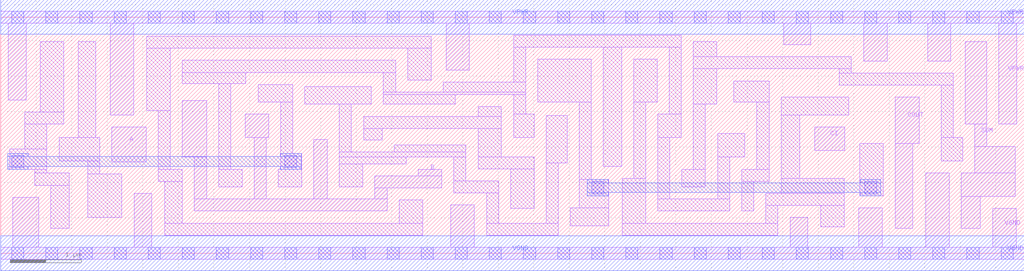
<source format=lef>
# Copyright 2020 The SkyWater PDK Authors
#
# Licensed under the Apache License, Version 2.0 (the "License");
# you may not use this file except in compliance with the License.
# You may obtain a copy of the License at
#
#     https://www.apache.org/licenses/LICENSE-2.0
#
# Unless required by applicable law or agreed to in writing, software
# distributed under the License is distributed on an "AS IS" BASIS,
# WITHOUT WARRANTIES OR CONDITIONS OF ANY KIND, either express or implied.
# See the License for the specific language governing permissions and
# limitations under the License.
#
# SPDX-License-Identifier: Apache-2.0

VERSION 5.7 ;
  NAMESCASESENSITIVE ON ;
  NOWIREEXTENSIONATPIN ON ;
  DIVIDERCHAR "/" ;
  BUSBITCHARS "[]" ;
UNITS
  DATABASE MICRONS 200 ;
END UNITS
MACRO sky130_fd_sc_ls__fah_2
  CLASS CORE ;
  SOURCE USER ;
  FOREIGN sky130_fd_sc_ls__fah_2 ;
  ORIGIN  0.000000  0.000000 ;
  SIZE  14.40000 BY  3.330000 ;
  SYMMETRY X Y ;
  SITE unit ;
  PIN A
    ANTENNAGATEAREA  0.492000 ;
    DIRECTION INPUT ;
    USE SIGNAL ;
    PORT
      LAYER li1 ;
        RECT 1.565000 1.290000 2.045000 1.780000 ;
    END
  END A
  PIN B
    ANTENNAGATEAREA  0.723000 ;
    DIRECTION INPUT ;
    USE SIGNAL ;
    PORT
      LAYER li1 ;
        RECT 2.555000 1.355000 2.895000 2.150000 ;
        RECT 2.725000 0.595000 5.435000 0.765000 ;
        RECT 2.725000 0.765000 2.895000 1.355000 ;
        RECT 3.440000 1.630000 3.770000 1.960000 ;
        RECT 3.565000 0.765000 3.735000 1.630000 ;
        RECT 4.405000 0.765000 4.595000 1.605000 ;
        RECT 5.265000 0.765000 5.435000 0.920000 ;
        RECT 5.265000 0.920000 6.205000 1.090000 ;
        RECT 5.875000 1.090000 6.205000 1.185000 ;
    END
  END B
  PIN CI
    ANTENNAGATEAREA  0.246000 ;
    DIRECTION INPUT ;
    USE SIGNAL ;
    PORT
      LAYER li1 ;
        RECT 11.450000 1.450000 11.875000 1.780000 ;
    END
  END CI
  PIN COUT
    ANTENNADIFFAREA  0.543200 ;
    DIRECTION OUTPUT ;
    USE SIGNAL ;
    PORT
      LAYER li1 ;
        RECT 12.585000 0.350000 12.835000 1.550000 ;
        RECT 12.585000 1.550000 12.920000 2.200000 ;
    END
  END COUT
  PIN SUM
    ANTENNADIFFAREA  0.561800 ;
    DIRECTION OUTPUT ;
    USE SIGNAL ;
    PORT
      LAYER li1 ;
        RECT 13.515000 0.355000 13.785000 0.800000 ;
        RECT 13.515000 0.800000 14.275000 1.130000 ;
        RECT 13.570000 1.820000 13.875000 2.980000 ;
        RECT 13.705000 1.130000 14.275000 1.505000 ;
        RECT 13.705000 1.505000 13.875000 1.820000 ;
    END
  END SUM
  PIN VGND
    DIRECTION INOUT ;
    SHAPE ABUTMENT ;
    USE GROUND ;
    PORT
      LAYER li1 ;
        RECT  0.000000 -0.085000 14.400000 0.085000 ;
        RECT  0.170000  0.085000  0.535000 0.790000 ;
        RECT  1.875000  0.085000  2.125000 0.845000 ;
        RECT  6.335000  0.085000  6.665000 0.680000 ;
        RECT 11.105000  0.085000 11.355000 0.505000 ;
        RECT 12.075000  0.085000 12.405000 0.640000 ;
        RECT 13.015000  0.085000 13.345000 1.130000 ;
        RECT 13.955000  0.085000 14.285000 0.630000 ;
      LAYER mcon ;
        RECT  0.155000 -0.085000  0.325000 0.085000 ;
        RECT  0.635000 -0.085000  0.805000 0.085000 ;
        RECT  1.115000 -0.085000  1.285000 0.085000 ;
        RECT  1.595000 -0.085000  1.765000 0.085000 ;
        RECT  2.075000 -0.085000  2.245000 0.085000 ;
        RECT  2.555000 -0.085000  2.725000 0.085000 ;
        RECT  3.035000 -0.085000  3.205000 0.085000 ;
        RECT  3.515000 -0.085000  3.685000 0.085000 ;
        RECT  3.995000 -0.085000  4.165000 0.085000 ;
        RECT  4.475000 -0.085000  4.645000 0.085000 ;
        RECT  4.955000 -0.085000  5.125000 0.085000 ;
        RECT  5.435000 -0.085000  5.605000 0.085000 ;
        RECT  5.915000 -0.085000  6.085000 0.085000 ;
        RECT  6.395000 -0.085000  6.565000 0.085000 ;
        RECT  6.875000 -0.085000  7.045000 0.085000 ;
        RECT  7.355000 -0.085000  7.525000 0.085000 ;
        RECT  7.835000 -0.085000  8.005000 0.085000 ;
        RECT  8.315000 -0.085000  8.485000 0.085000 ;
        RECT  8.795000 -0.085000  8.965000 0.085000 ;
        RECT  9.275000 -0.085000  9.445000 0.085000 ;
        RECT  9.755000 -0.085000  9.925000 0.085000 ;
        RECT 10.235000 -0.085000 10.405000 0.085000 ;
        RECT 10.715000 -0.085000 10.885000 0.085000 ;
        RECT 11.195000 -0.085000 11.365000 0.085000 ;
        RECT 11.675000 -0.085000 11.845000 0.085000 ;
        RECT 12.155000 -0.085000 12.325000 0.085000 ;
        RECT 12.635000 -0.085000 12.805000 0.085000 ;
        RECT 13.115000 -0.085000 13.285000 0.085000 ;
        RECT 13.595000 -0.085000 13.765000 0.085000 ;
        RECT 14.075000 -0.085000 14.245000 0.085000 ;
      LAYER met1 ;
        RECT 0.000000 -0.245000 14.400000 0.245000 ;
    END
  END VGND
  PIN VPWR
    DIRECTION INOUT ;
    SHAPE ABUTMENT ;
    USE POWER ;
    PORT
      LAYER li1 ;
        RECT  0.000000 3.245000 14.400000 3.415000 ;
        RECT  0.105000 2.160000  0.360000 3.245000 ;
        RECT  1.540000 1.950000  1.870000 3.245000 ;
        RECT  6.265000 2.580000  6.595000 3.245000 ;
        RECT 11.015000 2.940000 11.395000 3.245000 ;
        RECT 12.140000 2.710000 12.470000 3.245000 ;
        RECT 13.040000 2.710000 13.370000 3.245000 ;
        RECT 14.045000 1.820000 14.295000 3.245000 ;
      LAYER mcon ;
        RECT  0.155000 3.245000  0.325000 3.415000 ;
        RECT  0.635000 3.245000  0.805000 3.415000 ;
        RECT  1.115000 3.245000  1.285000 3.415000 ;
        RECT  1.595000 3.245000  1.765000 3.415000 ;
        RECT  2.075000 3.245000  2.245000 3.415000 ;
        RECT  2.555000 3.245000  2.725000 3.415000 ;
        RECT  3.035000 3.245000  3.205000 3.415000 ;
        RECT  3.515000 3.245000  3.685000 3.415000 ;
        RECT  3.995000 3.245000  4.165000 3.415000 ;
        RECT  4.475000 3.245000  4.645000 3.415000 ;
        RECT  4.955000 3.245000  5.125000 3.415000 ;
        RECT  5.435000 3.245000  5.605000 3.415000 ;
        RECT  5.915000 3.245000  6.085000 3.415000 ;
        RECT  6.395000 3.245000  6.565000 3.415000 ;
        RECT  6.875000 3.245000  7.045000 3.415000 ;
        RECT  7.355000 3.245000  7.525000 3.415000 ;
        RECT  7.835000 3.245000  8.005000 3.415000 ;
        RECT  8.315000 3.245000  8.485000 3.415000 ;
        RECT  8.795000 3.245000  8.965000 3.415000 ;
        RECT  9.275000 3.245000  9.445000 3.415000 ;
        RECT  9.755000 3.245000  9.925000 3.415000 ;
        RECT 10.235000 3.245000 10.405000 3.415000 ;
        RECT 10.715000 3.245000 10.885000 3.415000 ;
        RECT 11.195000 3.245000 11.365000 3.415000 ;
        RECT 11.675000 3.245000 11.845000 3.415000 ;
        RECT 12.155000 3.245000 12.325000 3.415000 ;
        RECT 12.635000 3.245000 12.805000 3.415000 ;
        RECT 13.115000 3.245000 13.285000 3.415000 ;
        RECT 13.595000 3.245000 13.765000 3.415000 ;
        RECT 14.075000 3.245000 14.245000 3.415000 ;
      LAYER met1 ;
        RECT 0.000000 3.085000 14.400000 3.575000 ;
    END
  END VPWR
  OBS
    LAYER li1 ;
      RECT  0.125000 1.180000  0.650000 1.470000 ;
      RECT  0.335000 1.470000  0.650000 1.820000 ;
      RECT  0.335000 1.820000  0.885000 1.990000 ;
      RECT  0.480000 0.960000  0.965000 1.130000 ;
      RECT  0.480000 1.130000  0.650000 1.180000 ;
      RECT  0.555000 1.990000  0.885000 2.980000 ;
      RECT  0.705000 0.350000  0.965000 0.960000 ;
      RECT  0.820000 1.300000  1.395000 1.630000 ;
      RECT  1.090000 1.630000  1.340000 2.980000 ;
      RECT  1.225000 0.505000  1.705000 1.120000 ;
      RECT  1.225000 1.120000  1.395000 1.300000 ;
      RECT  2.055000 2.015000  2.385000 2.890000 ;
      RECT  2.055000 2.890000  6.055000 3.060000 ;
      RECT  2.215000 1.015000  2.555000 1.185000 ;
      RECT  2.215000 1.185000  2.385000 2.015000 ;
      RECT  2.305000 0.255000  5.935000 0.425000 ;
      RECT  2.305000 0.425000  2.555000 1.015000 ;
      RECT  2.555000 2.390000  3.450000 2.550000 ;
      RECT  2.555000 2.550000  5.555000 2.720000 ;
      RECT  3.065000 0.935000  3.395000 1.185000 ;
      RECT  3.065000 1.185000  3.235000 2.390000 ;
      RECT  3.620000 2.130000  4.110000 2.380000 ;
      RECT  3.905000 0.935000  4.235000 1.185000 ;
      RECT  3.940000 1.185000  4.235000 1.410000 ;
      RECT  3.940000 1.410000  4.110000 2.130000 ;
      RECT  4.280000 2.100000  5.215000 2.350000 ;
      RECT  4.765000 0.935000  5.095000 1.260000 ;
      RECT  4.765000 1.260000  5.705000 1.355000 ;
      RECT  4.765000 1.355000  6.545000 1.430000 ;
      RECT  4.765000 1.430000  4.935000 2.100000 ;
      RECT  5.105000 1.600000  5.365000 1.760000 ;
      RECT  5.105000 1.760000  7.045000 1.930000 ;
      RECT  5.385000 2.100000  6.395000 2.240000 ;
      RECT  5.385000 2.240000  7.385000 2.270000 ;
      RECT  5.385000 2.270000  5.555000 2.550000 ;
      RECT  5.535000 1.430000  6.545000 1.525000 ;
      RECT  5.605000 0.425000  5.935000 0.750000 ;
      RECT  5.725000 2.440000  6.055000 2.890000 ;
      RECT  6.225000 2.270000  7.385000 2.410000 ;
      RECT  6.375000 0.850000  7.005000 1.020000 ;
      RECT  6.375000 1.020000  6.545000 1.355000 ;
      RECT  6.715000 1.190000  7.505000 1.360000 ;
      RECT  6.715000 1.360000  7.045000 1.760000 ;
      RECT  6.715000 1.930000  7.045000 2.070000 ;
      RECT  6.835000 0.255000  7.845000 0.425000 ;
      RECT  6.835000 0.425000  7.005000 0.850000 ;
      RECT  7.175000 0.630000  7.505000 1.190000 ;
      RECT  7.215000 1.630000  7.505000 1.960000 ;
      RECT  7.215000 1.960000  7.385000 2.240000 ;
      RECT  7.215000 2.410000  7.385000 2.905000 ;
      RECT  7.215000 2.905000  9.575000 3.075000 ;
      RECT  7.555000 2.130000  8.310000 2.735000 ;
      RECT  7.675000 0.425000  7.845000 1.275000 ;
      RECT  7.675000 1.275000  7.970000 1.945000 ;
      RECT  8.015000 0.390000  8.555000 0.640000 ;
      RECT  8.140000 0.640000  8.555000 1.040000 ;
      RECT  8.140000 1.040000  8.310000 2.130000 ;
      RECT  8.480000 1.225000  8.735000 2.905000 ;
      RECT  8.745000 0.255000 10.935000 0.425000 ;
      RECT  8.745000 0.425000  9.075000 1.055000 ;
      RECT  8.905000 1.055000  9.075000 2.130000 ;
      RECT  8.905000 2.130000  9.235000 2.735000 ;
      RECT  9.245000 0.595000 10.255000 0.765000 ;
      RECT  9.245000 0.765000  9.415000 1.630000 ;
      RECT  9.245000 1.630000  9.575000 1.960000 ;
      RECT  9.405000 1.960000  9.575000 2.905000 ;
      RECT  9.585000 0.935000  9.915000 1.185000 ;
      RECT  9.745000 1.185000  9.915000 2.100000 ;
      RECT  9.745000 2.100000 10.075000 2.600000 ;
      RECT  9.745000 2.600000 11.970000 2.770000 ;
      RECT  9.745000 2.770000 10.075000 2.980000 ;
      RECT 10.085000 0.765000 10.255000 1.355000 ;
      RECT 10.085000 1.355000 10.470000 1.685000 ;
      RECT 10.310000 2.130000 10.810000 2.430000 ;
      RECT 10.425000 0.595000 10.595000 1.015000 ;
      RECT 10.425000 1.015000 10.810000 1.185000 ;
      RECT 10.640000 1.185000 10.810000 2.130000 ;
      RECT 10.765000 0.425000 10.935000 0.675000 ;
      RECT 10.765000 0.675000 11.865000 0.845000 ;
      RECT 10.980000 0.845000 11.865000 1.055000 ;
      RECT 10.980000 1.055000 11.240000 1.950000 ;
      RECT 10.980000 1.950000 11.930000 2.200000 ;
      RECT 11.535000 0.375000 11.865000 0.675000 ;
      RECT 11.800000 2.370000 13.400000 2.540000 ;
      RECT 11.800000 2.540000 11.970000 2.600000 ;
      RECT 12.085000 0.810000 12.415000 1.550000 ;
      RECT 13.230000 1.300000 13.535000 1.630000 ;
      RECT 13.230000 1.630000 13.400000 2.370000 ;
    LAYER mcon ;
      RECT  0.155000 1.210000  0.325000 1.380000 ;
      RECT  3.995000 1.210000  4.165000 1.380000 ;
      RECT  8.315000 0.840000  8.485000 1.010000 ;
      RECT 12.155000 0.840000 12.325000 1.010000 ;
    LAYER met1 ;
      RECT  0.095000 1.180000  0.385000 1.225000 ;
      RECT  0.095000 1.225000  4.225000 1.365000 ;
      RECT  0.095000 1.365000  0.385000 1.410000 ;
      RECT  3.935000 1.180000  4.225000 1.225000 ;
      RECT  3.935000 1.365000  4.225000 1.410000 ;
      RECT  8.255000 0.810000  8.545000 0.855000 ;
      RECT  8.255000 0.855000 12.385000 0.995000 ;
      RECT  8.255000 0.995000  8.545000 1.040000 ;
      RECT 12.095000 0.810000 12.385000 0.855000 ;
      RECT 12.095000 0.995000 12.385000 1.040000 ;
  END
END sky130_fd_sc_ls__fah_2

</source>
